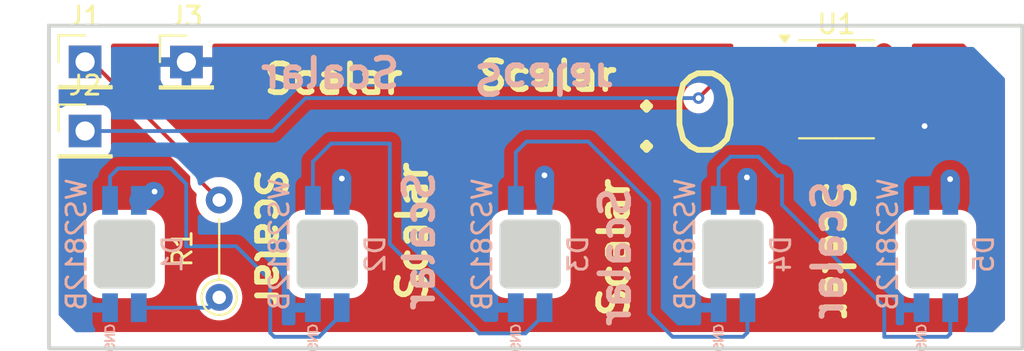
<source format=kicad_pcb>
(kicad_pcb (version 20241229) (generator "pcbnew") (generator_version "9.0")
  (layers (0 "F.Cu" signal) (2 "B.Cu" signal) (13 "F.Paste" user) (15 "B.Paste" user) (5 "F.SilkS" user "F.Silkscreen") (7 "B.SilkS" user "B.Silkscreen") (1 "F.Mask" user) (3 "B.Mask" user) (25 "Edge.Cuts" user))
  (net 0 "")
  (net 1 "CLEAN 5V")
  (net 2 "GND")
  (net 3 "Net-(D1-DIN)")
  (net 4 "Net-(D1-DOUT)")
  (net 5 "Net-(D2-DOUT)")
  (net 6 "Net-(D3-DOUT)")
  (net 7 "Net-(D4-DOUT)")
  (net 9 "Net-(J1-Pin_1)")
  (net 10 "Net-(J2-Pin_1)")
  (footprint "Resistor_THT:R_Axial_DIN0204_L3.6mm_D1.6mm_P5.08mm_Vertical" (layer "F.Cu") (at 142.99 123.73 90)
    (property "Reference" "R1" (at 2.54 -1.92 90) (layer "F.SilkS"))
    (property "Value" "330")
    (fp_line (start 0.92 0) (end 4.08 0) (stroke (width 0.12)) (layer "F.SilkS"))
    (fp_circle (center 0 0) (end 0.92 0) (stroke (width 0.12)) (fill no) (layer "F.SilkS"))
    (pad "1" thru_hole circle (at 0 0 90) (size 1.4 1.4) (drill 0.7) (layers "*.Cu" "*.Mask") (net 3 "Net-(D1-DIN)"))
    (pad "2" thru_hole oval (at 5.08 0 90) (size 1.4 1.4) (drill 0.7) (layers "*.Cu" "*.Mask") (net 9 "Net-(J1-Pin_1)"))
  )
  (footprint "Connector_PinHeader_2.54mm:PinHeader_1x01_P2.54mm_Vertical" (layer "F.Cu") (at 141.28 111.45)
    (property "Reference" "J3" (at 0 -2.38 0) (layer "F.SilkS"))
    (property "Value" "FC GND")
    (fp_line (start -1.38 -1.38) (end 0 -1.38) (stroke (width 0.12)) (layer "F.SilkS"))
    (fp_line (start -1.38 0) (end -1.38 -1.38) (stroke (width 0.12)) (layer "F.SilkS"))
    (fp_line (start -1.38 1.27) (end -1.38 1.38) (stroke (width 0.12)) (layer "F.SilkS"))
    (fp_line (start -1.38 1.27) (end 1.38 1.27) (stroke (width 0.12)) (layer "F.SilkS"))
    (fp_line (start -1.38 1.38) (end 1.38 1.38) (stroke (width 0.12)) (layer "F.SilkS"))
    (fp_line (start 1.38 1.27) (end 1.38 1.38) (stroke (width 0.12)) (layer "F.SilkS"))
    (pad "1" thru_hole rect (at 0 0) (size 1.7 1.7) (drill 1) (layers "*.Cu" "*.Mask") (net 2 "GND"))
  )
  (footprint "Connector_PinHeader_2.54mm:PinHeader_1x01_P2.54mm_Vertical" (layer "F.Cu") (at 136 115.05)
    (property "Reference" "J2" (at 0 -2.38 0) (layer "F.SilkS"))
    (property "Value" "FC Power")
    (fp_line (start -1.38 -1.38) (end 0 -1.38) (stroke (width 0.12)) (layer "F.SilkS"))
    (fp_line (start -1.38 0) (end -1.38 -1.38) (stroke (width 0.12)) (layer "F.SilkS"))
    (fp_line (start -1.38 1.27) (end -1.38 1.38) (stroke (width 0.12)) (layer "F.SilkS"))
    (fp_line (start -1.38 1.27) (end 1.38 1.27) (stroke (width 0.12)) (layer "F.SilkS"))
    (fp_line (start -1.38 1.38) (end 1.38 1.38) (stroke (width 0.12)) (layer "F.SilkS"))
    (fp_line (start 1.38 1.27) (end 1.38 1.38) (stroke (width 0.12)) (layer "F.SilkS"))
    (pad "1" thru_hole rect (at 0 0) (size 1.7 1.7) (drill 1) (layers "*.Cu" "*.Mask") (net 10 "Net-(J2-Pin_1)"))
  )
  (footprint "Package_SO:SOIC-8_3.9x4.9mm_P1.27mm" (layer "F.Cu") (at 175.16 112.87)
    (property "Reference" "U1" (at 0 -3.4 0) (layer "F.SilkS"))
    (property "Value" "XL1509-5.0")
    (fp_line (start 0 -2.56) (end -1.95 -2.56) (stroke (width 0.12)) (layer "F.SilkS"))
    (fp_line (start 0 -2.56) (end 1.95 -2.56) (stroke (width 0.12)) (layer "F.SilkS"))
    (fp_line (start 0 2.56) (end -1.95 2.56) (stroke (width 0.12)) (layer "F.SilkS"))
    (fp_line (start 0 2.56) (end 1.95 2.56) (stroke (width 0.12)) (layer "F.SilkS"))
    (fp_poly (pts (xy -2.7 -2.465) (xy -2.94 -2.795) (xy -2.46 -2.795)) (stroke (width 0.12)) (fill yes) (layer "F.SilkS"))
    (pad "1" smd roundrect (at -2.475 -1.905) (size 1.95 0.6) (layers "F.Cu" "F.Mask" "F.Paste") (net 10 "Net-(J2-Pin_1)"))
    (pad "2" smd roundrect (at -2.475 -0.635) (size 1.95 0.6) (layers "F.Cu" "F.Mask" "F.Paste") (net 1 "CLEAN 5V"))
    (pad "3" smd roundrect (at -2.475 0.635) (size 1.95 0.6) (layers "F.Cu" "F.Mask" "F.Paste"))
    (pad "4" smd roundrect (at -2.475 1.905) (size 1.95 0.6) (layers "F.Cu" "F.Mask" "F.Paste"))
    (pad "5" smd roundrect (at 2.475 1.905) (size 1.95 0.6) (layers "F.Cu" "F.Mask" "F.Paste") (net 2 "GND"))
    (pad "6" smd roundrect (at 2.475 0.635) (size 1.95 0.6) (layers "F.Cu" "F.Mask" "F.Paste") (net 2 "GND"))
    (pad "7" smd roundrect (at 2.475 -0.635) (size 1.95 0.6) (layers "F.Cu" "F.Mask" "F.Paste") (net 2 "GND"))
    (pad "8" smd roundrect (at 2.475 -1.905) (size 1.95 0.6) (layers "F.Cu" "F.Mask" "F.Paste") (net 2 "GND"))
  )
  (footprint "Connector_PinHeader_2.54mm:PinHeader_1x01_P2.54mm_Vertical" (layer "F.Cu") (at 136 111.44)
    (property "Reference" "J1" (at 0 -2.38 0) (layer "F.SilkS"))
    (property "Value" "FC LED PIN")
    (fp_line (start -1.38 -1.38) (end 0 -1.38) (stroke (width 0.12)) (layer "F.SilkS"))
    (fp_line (start -1.38 0) (end -1.38 -1.38) (stroke (width 0.12)) (layer "F.SilkS"))
    (fp_line (start -1.38 1.27) (end -1.38 1.38) (stroke (width 0.12)) (layer "F.SilkS"))
    (fp_line (start -1.38 1.27) (end 1.38 1.27) (stroke (width 0.12)) (layer "F.SilkS"))
    (fp_line (start -1.38 1.38) (end 1.38 1.38) (stroke (width 0.12)) (layer "F.SilkS"))
    (fp_line (start 1.38 1.27) (end 1.38 1.38) (stroke (width 0.12)) (layer "F.SilkS"))
    (pad "1" thru_hole rect (at 0 0) (size 1.7 1.7) (drill 1) (layers "*.Cu" "*.Mask") (net 9 "Net-(J1-Pin_1)"))
  )
  (footprint "syssy:BAcklight" (layer "B.Cu") (at 148.622688 121.47 90)
    (property "Reference" "D2" (at 0 2.5 90) (layer "B.SilkS") (effects (justify mirror)))
    (property "Value" "WS2812B" (at 0.5 -2.5 90) (layer "B.SilkS") (effects (justify mirror)))
    (fp_poly (pts (arc (start -4.48 -1.01) (mid -4.53 -1.06) (end -4.58 -1.01)) (arc (start -4.58 -0.53) (mid -4.544423 -0.482125) (end -4.4885 -0.5025)) (xy -4.2665 -0.8385) (arc (start -4.26 -0.529) (mid -4.209 -0.480488) (end -4.16 -0.531)) (arc (start -4.17 -1.001) (mid -4.206054 -1.048026) (end -4.2615 -1.0275)) (xy -4.48 -0.6965)) (fill yes) (layer "B.SilkS"))
    (fp_poly (pts (arc (start -4.11 -0.509) (mid -4.059 -0.460488) (end -4.01 -0.511)) (xy -4.019 -0.948) (xy -3.8525 -0.9415) (xy -3.7725 -0.765) (xy -3.804 -0.6305) (xy -3.865 -0.59) (arc (start -3.95 -0.59) (mid -3.99901 -0.54) (end -3.95 -0.49)) (xy -3.85 -0.49) (xy -3.822 -0.4985) (arc (start -3.7325 -0.5585) (mid -3.719171 -0.571513) (end -3.7115 -0.5885)) (arc (start -3.6715 -0.7585) (mid -3.670381 -0.77474) (end -3.6745 -0.7905)) (arc (start -3.7745 -1.0105) (mid -3.79208 -1.031364) (end -3.818 -1.04)) (arc (start -4.068 -1.05) (mid -4.105028 -1.035735) (end -4.12 -0.999))) (fill yes) (layer "B.SilkS"))
    (fp_poly (pts (arc (start -4.65 -0.62) (mid -4.66 -0.69) (end -4.73 -0.68)) (xy -4.805 -0.58) (xy -4.8655 -0.58) (xy -4.947 -0.632) (xy -4.97 -0.7165) (xy -4.97 -0.812) (xy -4.938 -0.907) (xy -4.8855 -0.94) (xy -4.799 -0.94) (xy -4.73 -0.8775) (xy -4.73 -0.87) (arc (start -4.8 -0.87) (mid -4.84901 -0.82) (end -4.8 -0.77)) (arc (start -4.68 -0.77) (mid -4.644645 -0.784645) (end -4.63 -0.82)) (arc (start -4.63 -0.9) (mid -4.634295 -0.920274) (end -4.6465 -0.937)) (arc (start -4.7465 -1.027) (mid -4.762049 -1.036573) (end -4.78 -1.04)) (xy -4.9 -1.04) (xy -4.9265 -1.0325) (arc (start -5.0065 -0.9825) (mid -5.019286 -0.971066) (end -5.0275 -0.956)) (xy -5.0675 -0.836) (xy -5.07 -0.82) (xy -5.07 -0.71) (xy -5.068 -0.697) (arc (start -5.038 -0.587) (mid -5.030125 -0.570623) (end -5.017 -0.558)) (xy -4.907 -0.488) (xy -4.88 -0.48) (arc (start -4.78 -0.48) (mid -4.757639 -0.485279) (end -4.74 -0.5))) (fill yes) (layer "B.SilkS"))
    (fp_poly (pts (arc (start 1.8 -1.2005) (mid 1.682843 -1.483343) (end 1.4 -1.6005)) (xy 1.4 -1.6) (xy -1.4 -1.6) (arc (start -1.4065 -1.6) (mid -1.684815 -1.480719) (end -1.8 -1.2005)) (xy -1.8 -1.2) (arc (start -1.8 1.2) (mid -1.682843 1.482843) (end -1.4 1.6)) (arc (start 1.4 1.6) (mid 1.682843 1.482843) (end 1.8 1.2))) (fill yes) (layer "Edge.Cuts"))
    (pad "1" smd rect (at 2.8 0.75) (size 0.82 1.5) (layers "B.Cu" "B.Mask" "B.Paste") (net 1 "CLEAN 5V"))
    (pad "2" smd rect (at 2.8 -0.75) (size 0.82 1.5) (layers "B.Cu" "B.Mask" "B.Paste") (net 5 "Net-(D2-DOUT)"))
    (pad "3" smd rect (at -2.8 -0.75) (size 0.82 1.5) (layers "B.Cu" "B.Mask" "B.Paste") (net 2 "GND"))
    (pad "4" smd rect (at -2.8 0.75) (size 0.82 1.5) (layers "B.Cu" "B.Mask" "B.Paste") (net 4 "Net-(D1-DOUT)"))
  )
  (footprint "syssy:BAcklight" (layer "B.Cu") (at 138.05025 121.47 90)
    (property "Reference" "D1" (at 0 2.5 90) (layer "B.SilkS") (effects (justify mirror)))
    (property "Value" "WS2812B" (at 0.5 -2.5 90) (layer "B.SilkS") (effects (justify mirror)))
    (fp_poly (pts (arc (start -4.48 -1.01) (mid -4.53 -1.06) (end -4.58 -1.01)) (arc (start -4.58 -0.53) (mid -4.544423 -0.482125) (end -4.4885 -0.5025)) (xy -4.2665 -0.8385) (arc (start -4.26 -0.529) (mid -4.209 -0.480488) (end -4.16 -0.531)) (arc (start -4.17 -1.001) (mid -4.206054 -1.048026) (end -4.2615 -1.0275)) (xy -4.48 -0.6965)) (fill yes) (layer "B.SilkS"))
    (fp_poly (pts (arc (start -4.11 -0.509) (mid -4.059 -0.460488) (end -4.01 -0.511)) (xy -4.019 -0.948) (xy -3.8525 -0.9415) (xy -3.7725 -0.765) (xy -3.804 -0.6305) (xy -3.865 -0.59) (arc (start -3.95 -0.59) (mid -3.99901 -0.54) (end -3.95 -0.49)) (xy -3.85 -0.49) (xy -3.822 -0.4985) (arc (start -3.7325 -0.5585) (mid -3.719171 -0.571513) (end -3.7115 -0.5885)) (arc (start -3.6715 -0.7585) (mid -3.670381 -0.77474) (end -3.6745 -0.7905)) (arc (start -3.7745 -1.0105) (mid -3.79208 -1.031364) (end -3.818 -1.04)) (arc (start -4.068 -1.05) (mid -4.105028 -1.035735) (end -4.12 -0.999))) (fill yes) (layer "B.SilkS"))
    (fp_poly (pts (arc (start -4.65 -0.62) (mid -4.66 -0.69) (end -4.73 -0.68)) (xy -4.805 -0.58) (xy -4.8655 -0.58) (xy -4.947 -0.632) (xy -4.97 -0.7165) (xy -4.97 -0.812) (xy -4.938 -0.907) (xy -4.8855 -0.94) (xy -4.799 -0.94) (xy -4.73 -0.8775) (xy -4.73 -0.87) (arc (start -4.8 -0.87) (mid -4.84901 -0.82) (end -4.8 -0.77)) (arc (start -4.68 -0.77) (mid -4.644645 -0.784645) (end -4.63 -0.82)) (arc (start -4.63 -0.9) (mid -4.634295 -0.920274) (end -4.6465 -0.937)) (arc (start -4.7465 -1.027) (mid -4.762049 -1.036573) (end -4.78 -1.04)) (xy -4.9 -1.04) (xy -4.9265 -1.0325) (arc (start -5.0065 -0.9825) (mid -5.019286 -0.971066) (end -5.0275 -0.956)) (xy -5.0675 -0.836) (xy -5.07 -0.82) (xy -5.07 -0.71) (xy -5.068 -0.697) (arc (start -5.038 -0.587) (mid -5.030125 -0.570623) (end -5.017 -0.558)) (xy -4.907 -0.488) (xy -4.88 -0.48) (arc (start -4.78 -0.48) (mid -4.757639 -0.485279) (end -4.74 -0.5))) (fill yes) (layer "B.SilkS"))
    (fp_poly (pts (arc (start 1.8 -1.2005) (mid 1.682843 -1.483343) (end 1.4 -1.6005)) (xy 1.4 -1.6) (xy -1.4 -1.6) (arc (start -1.4065 -1.6) (mid -1.684815 -1.480719) (end -1.8 -1.2005)) (xy -1.8 -1.2) (arc (start -1.8 1.2) (mid -1.682843 1.482843) (end -1.4 1.6)) (arc (start 1.4 1.6) (mid 1.682843 1.482843) (end 1.8 1.2))) (fill yes) (layer "Edge.Cuts"))
    (pad "1" smd rect (at 2.8 0.75) (size 0.82 1.5) (layers "B.Cu" "B.Mask" "B.Paste") (net 1 "CLEAN 5V"))
    (pad "2" smd rect (at 2.8 -0.75) (size 0.82 1.5) (layers "B.Cu" "B.Mask" "B.Paste") (net 4 "Net-(D1-DOUT)"))
    (pad "3" smd rect (at -2.8 -0.75) (size 0.82 1.5) (layers "B.Cu" "B.Mask" "B.Paste") (net 2 "GND"))
    (pad "4" smd rect (at -2.8 0.75) (size 0.82 1.5) (layers "B.Cu" "B.Mask" "B.Paste") (net 3 "Net-(D1-DIN)"))
  )
  (footprint "syssy:BAcklight" (layer "B.Cu") (at 169.767563 121.47 90)
    (property "Reference" "D4" (at 0 2.5 90) (layer "B.SilkS") (effects (justify mirror)))
    (property "Value" "WS2812B" (at 0.5 -2.5 90) (layer "B.SilkS") (effects (justify mirror)))
    (fp_poly (pts (arc (start -4.48 -1.01) (mid -4.53 -1.06) (end -4.58 -1.01)) (arc (start -4.58 -0.53) (mid -4.544423 -0.482125) (end -4.4885 -0.5025)) (xy -4.2665 -0.8385) (arc (start -4.26 -0.529) (mid -4.209 -0.480488) (end -4.16 -0.531)) (arc (start -4.17 -1.001) (mid -4.206054 -1.048026) (end -4.2615 -1.0275)) (xy -4.48 -0.6965)) (fill yes) (layer "B.SilkS"))
    (fp_poly (pts (arc (start -4.11 -0.509) (mid -4.059 -0.460488) (end -4.01 -0.511)) (xy -4.019 -0.948) (xy -3.8525 -0.9415) (xy -3.7725 -0.765) (xy -3.804 -0.6305) (xy -3.865 -0.59) (arc (start -3.95 -0.59) (mid -3.99901 -0.54) (end -3.95 -0.49)) (xy -3.85 -0.49) (xy -3.822 -0.4985) (arc (start -3.7325 -0.5585) (mid -3.719171 -0.571513) (end -3.7115 -0.5885)) (arc (start -3.6715 -0.7585) (mid -3.670381 -0.77474) (end -3.6745 -0.7905)) (arc (start -3.7745 -1.0105) (mid -3.79208 -1.031364) (end -3.818 -1.04)) (arc (start -4.068 -1.05) (mid -4.105028 -1.035735) (end -4.12 -0.999))) (fill yes) (layer "B.SilkS"))
    (fp_poly (pts (arc (start -4.65 -0.62) (mid -4.66 -0.69) (end -4.73 -0.68)) (xy -4.805 -0.58) (xy -4.8655 -0.58) (xy -4.947 -0.632) (xy -4.97 -0.7165) (xy -4.97 -0.812) (xy -4.938 -0.907) (xy -4.8855 -0.94) (xy -4.799 -0.94) (xy -4.73 -0.8775) (xy -4.73 -0.87) (arc (start -4.8 -0.87) (mid -4.84901 -0.82) (end -4.8 -0.77)) (arc (start -4.68 -0.77) (mid -4.644645 -0.784645) (end -4.63 -0.82)) (arc (start -4.63 -0.9) (mid -4.634295 -0.920274) (end -4.6465 -0.937)) (arc (start -4.7465 -1.027) (mid -4.762049 -1.036573) (end -4.78 -1.04)) (xy -4.9 -1.04) (xy -4.9265 -1.0325) (arc (start -5.0065 -0.9825) (mid -5.019286 -0.971066) (end -5.0275 -0.956)) (xy -5.0675 -0.836) (xy -5.07 -0.82) (xy -5.07 -0.71) (xy -5.068 -0.697) (arc (start -5.038 -0.587) (mid -5.030125 -0.570623) (end -5.017 -0.558)) (xy -4.907 -0.488) (xy -4.88 -0.48) (arc (start -4.78 -0.48) (mid -4.757639 -0.485279) (end -4.74 -0.5))) (fill yes) (layer "B.SilkS"))
    (fp_poly (pts (arc (start 1.8 -1.2005) (mid 1.682843 -1.483343) (end 1.4 -1.6005)) (xy 1.4 -1.6) (xy -1.4 -1.6) (arc (start -1.4065 -1.6) (mid -1.684815 -1.480719) (end -1.8 -1.2005)) (xy -1.8 -1.2) (arc (start -1.8 1.2) (mid -1.682843 1.482843) (end -1.4 1.6)) (arc (start 1.4 1.6) (mid 1.682843 1.482843) (end 1.8 1.2))) (fill yes) (layer "Edge.Cuts"))
    (pad "1" smd rect (at 2.8 0.75) (size 0.82 1.5) (layers "B.Cu" "B.Mask" "B.Paste") (net 1 "CLEAN 5V"))
    (pad "2" smd rect (at 2.8 -0.75) (size 0.82 1.5) (layers "B.Cu" "B.Mask" "B.Paste") (net 7 "Net-(D4-DOUT)"))
    (pad "3" smd rect (at -2.8 -0.75) (size 0.82 1.5) (layers "B.Cu" "B.Mask" "B.Paste") (net 2 "GND"))
    (pad "4" smd rect (at -2.8 0.75) (size 0.82 1.5) (layers "B.Cu" "B.Mask" "B.Paste") (net 6 "Net-(D3-DOUT)"))
  )
  (footprint "syssy:BAcklight" (layer "B.Cu") (at 180.34 121.47 90)
    (property "Reference" "D5" (at 0 2.5 90) (layer "B.SilkS") (effects (justify mirror)))
    (property "Value" "WS2812B" (at 0.5 -2.5 90) (layer "B.SilkS") (effects (justify mirror)))
    (fp_poly (pts (arc (start -4.48 -1.01) (mid -4.53 -1.06) (end -4.58 -1.01)) (arc (start -4.58 -0.53) (mid -4.544423 -0.482125) (end -4.4885 -0.5025)) (xy -4.2665 -0.8385) (arc (start -4.26 -0.529) (mid -4.209 -0.480488) (end -4.16 -0.531)) (arc (start -4.17 -1.001) (mid -4.206054 -1.048026) (end -4.2615 -1.0275)) (xy -4.48 -0.6965)) (fill yes) (layer "B.SilkS"))
    (fp_poly (pts (arc (start -4.11 -0.509) (mid -4.059 -0.460488) (end -4.01 -0.511)) (xy -4.019 -0.948) (xy -3.8525 -0.9415) (xy -3.7725 -0.765) (xy -3.804 -0.6305) (xy -3.865 -0.59) (arc (start -3.95 -0.59) (mid -3.99901 -0.54) (end -3.95 -0.49)) (xy -3.85 -0.49) (xy -3.822 -0.4985) (arc (start -3.7325 -0.5585) (mid -3.719171 -0.571513) (end -3.7115 -0.5885)) (arc (start -3.6715 -0.7585) (mid -3.670381 -0.77474) (end -3.6745 -0.7905)) (arc (start -3.7745 -1.0105) (mid -3.79208 -1.031364) (end -3.818 -1.04)) (arc (start -4.068 -1.05) (mid -4.105028 -1.035735) (end -4.12 -0.999))) (fill yes) (layer "B.SilkS"))
    (fp_poly (pts (arc (start -4.65 -0.62) (mid -4.66 -0.69) (end -4.73 -0.68)) (xy -4.805 -0.58) (xy -4.8655 -0.58) (xy -4.947 -0.632) (xy -4.97 -0.7165) (xy -4.97 -0.812) (xy -4.938 -0.907) (xy -4.8855 -0.94) (xy -4.799 -0.94) (xy -4.73 -0.8775) (xy -4.73 -0.87) (arc (start -4.8 -0.87) (mid -4.84901 -0.82) (end -4.8 -0.77)) (arc (start -4.68 -0.77) (mid -4.644645 -0.784645) (end -4.63 -0.82)) (arc (start -4.63 -0.9) (mid -4.634295 -0.920274) (end -4.6465 -0.937)) (arc (start -4.7465 -1.027) (mid -4.762049 -1.036573) (end -4.78 -1.04)) (xy -4.9 -1.04) (xy -4.9265 -1.0325) (arc (start -5.0065 -0.9825) (mid -5.019286 -0.971066) (end -5.0275 -0.956)) (xy -5.0675 -0.836) (xy -5.07 -0.82) (xy -5.07 -0.71) (xy -5.068 -0.697) (arc (start -5.038 -0.587) (mid -5.030125 -0.570623) (end -5.017 -0.558)) (xy -4.907 -0.488) (xy -4.88 -0.48) (arc (start -4.78 -0.48) (mid -4.757639 -0.485279) (end -4.74 -0.5))) (fill yes) (layer "B.SilkS"))
    (fp_poly (pts (arc (start 1.8 -1.2005) (mid 1.682843 -1.483343) (end 1.4 -1.6005)) (xy 1.4 -1.6) (xy -1.4 -1.6) (arc (start -1.4065 -1.6) (mid -1.684815 -1.480719) (end -1.8 -1.2005)) (xy -1.8 -1.2) (arc (start -1.8 1.2) (mid -1.682843 1.482843) (end -1.4 1.6)) (arc (start 1.4 1.6) (mid 1.682843 1.482843) (end 1.8 1.2))) (fill yes) (layer "Edge.Cuts"))
    (pad "1" smd rect (at 2.8 0.75) (size 0.82 1.5) (layers "B.Cu" "B.Mask" "B.Paste") (net 1 "CLEAN 5V"))
    (pad "2" smd rect (at 2.8 -0.75) (size 0.82 1.5) (layers "B.Cu" "B.Mask" "B.Paste"))
    (pad "3" smd rect (at -2.8 -0.75) (size 0.82 1.5) (layers "B.Cu" "B.Mask" "B.Paste") (net 2 "GND"))
    (pad "4" smd rect (at -2.8 0.75) (size 0.82 1.5) (layers "B.Cu" "B.Mask" "B.Paste") (net 7 "Net-(D4-DOUT)"))
  )
  (footprint "syssy:BAcklight" (layer "B.Cu") (at 159.195125 121.47 90)
    (property "Reference" "D3" (at 0 2.5 90) (layer "B.SilkS") (effects (justify mirror)))
    (property "Value" "WS2812B" (at 0.5 -2.5 90) (layer "B.SilkS") (effects (justify mirror)))
    (fp_poly (pts (arc (start -4.48 -1.01) (mid -4.53 -1.06) (end -4.58 -1.01)) (arc (start -4.58 -0.53) (mid -4.544423 -0.482125) (end -4.4885 -0.5025)) (xy -4.2665 -0.8385) (arc (start -4.26 -0.529) (mid -4.209 -0.480488) (end -4.16 -0.531)) (arc (start -4.17 -1.001) (mid -4.206054 -1.048026) (end -4.2615 -1.0275)) (xy -4.48 -0.6965)) (fill yes) (layer "B.SilkS"))
    (fp_poly (pts (arc (start -4.11 -0.509) (mid -4.059 -0.460488) (end -4.01 -0.511)) (xy -4.019 -0.948) (xy -3.8525 -0.9415) (xy -3.7725 -0.765) (xy -3.804 -0.6305) (xy -3.865 -0.59) (arc (start -3.95 -0.59) (mid -3.99901 -0.54) (end -3.95 -0.49)) (xy -3.85 -0.49) (xy -3.822 -0.4985) (arc (start -3.7325 -0.5585) (mid -3.719171 -0.571513) (end -3.7115 -0.5885)) (arc (start -3.6715 -0.7585) (mid -3.670381 -0.77474) (end -3.6745 -0.7905)) (arc (start -3.7745 -1.0105) (mid -3.79208 -1.031364) (end -3.818 -1.04)) (arc (start -4.068 -1.05) (mid -4.105028 -1.035735) (end -4.12 -0.999))) (fill yes) (layer "B.SilkS"))
    (fp_poly (pts (arc (start -4.65 -0.62) (mid -4.66 -0.69) (end -4.73 -0.68)) (xy -4.805 -0.58) (xy -4.8655 -0.58) (xy -4.947 -0.632) (xy -4.97 -0.7165) (xy -4.97 -0.812) (xy -4.938 -0.907) (xy -4.8855 -0.94) (xy -4.799 -0.94) (xy -4.73 -0.8775) (xy -4.73 -0.87) (arc (start -4.8 -0.87) (mid -4.84901 -0.82) (end -4.8 -0.77)) (arc (start -4.68 -0.77) (mid -4.644645 -0.784645) (end -4.63 -0.82)) (arc (start -4.63 -0.9) (mid -4.634295 -0.920274) (end -4.6465 -0.937)) (arc (start -4.7465 -1.027) (mid -4.762049 -1.036573) (end -4.78 -1.04)) (xy -4.9 -1.04) (xy -4.9265 -1.0325) (arc (start -5.0065 -0.9825) (mid -5.019286 -0.971066) (end -5.0275 -0.956)) (xy -5.0675 -0.836) (xy -5.07 -0.82) (xy -5.07 -0.71) (xy -5.068 -0.697) (arc (start -5.038 -0.587) (mid -5.030125 -0.570623) (end -5.017 -0.558)) (xy -4.907 -0.488) (xy -4.88 -0.48) (arc (start -4.78 -0.48) (mid -4.757639 -0.485279) (end -4.74 -0.5))) (fill yes) (layer "B.SilkS"))
    (fp_poly (pts (arc (start 1.8 -1.2005) (mid 1.682843 -1.483343) (end 1.4 -1.6005)) (xy 1.4 -1.6) (xy -1.4 -1.6) (arc (start -1.4065 -1.6) (mid -1.684815 -1.480719) (end -1.8 -1.2005)) (xy -1.8 -1.2) (arc (start -1.8 1.2) (mid -1.682843 1.482843) (end -1.4 1.6)) (arc (start 1.4 1.6) (mid 1.682843 1.482843) (end 1.8 1.2))) (fill yes) (layer "Edge.Cuts"))
    (pad "1" smd rect (at 2.8 0.75) (size 0.82 1.5) (layers "B.Cu" "B.Mask" "B.Paste") (net 1 "CLEAN 5V"))
    (pad "2" smd rect (at 2.8 -0.75) (size 0.82 1.5) (layers "B.Cu" "B.Mask" "B.Paste") (net 6 "Net-(D3-DOUT)"))
    (pad "3" smd rect (at -2.8 -0.75) (size 0.82 1.5) (layers "B.Cu" "B.Mask" "B.Paste") (net 2 "GND"))
    (pad "4" smd rect (at -2.8 0.75) (size 0.82 1.5) (layers "B.Cu" "B.Mask" "B.Paste") (net 5 "Net-(D2-DOUT)"))
  )
  (gr_rect (start 134.12 109.55) (end 184.84 126.39) (stroke (width 0.2)) (fill no) (layer "Edge.Cuts"))
  (gr_text "Scalar\n" (at 145.18 113.22 0) (layer "F.SilkS") (effects (font (size 1.5 1.5) (thickness 0.3) (bold yes)) (justify left bottom)))
  (gr_text "Scalar\n" (at 174.36 117.48 270) (layer "F.SilkS") (effects (font (size 1.5 1.5) (thickness 0.3) (bold yes)) (justify left bottom)))
  (gr_text "Scalar\n" (at 153.93 124.05 90) (layer "F.SilkS") (effects (font (size 1.5 1.5) (thickness 0.3) (bold yes)) (justify left bottom)))
  (gr_text ":O\n" (at 164.11 116.54 0) (layer "F.SilkS") (effects (font (size 4 4) (thickness 0.3) (bold yes)) (justify left bottom)))
  (gr_text "Scalar\n" (at 164.44 124.9 90) (layer "F.SilkS") (effects (font (size 1.5 1.5) (thickness 0.3) (bold yes)) (justify left bottom)))
  (gr_text "Scalar\n" (at 144.76 116.86 270) (layer "F.SilkS") (effects (font (size 1.5 1.5) (thickness 0.3) (bold yes)) (justify left bottom)))
  (gr_text "Scalar\n" (at 156.34 113.06 0) (layer "F.SilkS") (effects (font (size 1.5 1.5) (thickness 0.3) (bold yes)) (justify left bottom)))
  (gr_text "Scalar\n" (at 175.58 117.5 90) (layer "B.SilkS") (effects (font (size 1.5 1.5) (thickness 0.3) (bold yes)) (justify left bottom mirror)))
  (gr_text "Scalar\n" (at 154.29 117.02 90) (layer "B.SilkS") (effects (font (size 1.5 1.5) (thickness 0.3) (bold yes)) (justify left bottom mirror)))
  (gr_text "Scalar\n" (at 164.5 117.85 90) (layer "B.SilkS") (effects (font (size 1.5 1.5) (thickness 0.3) (bold yes)) (justify left bottom mirror)))
  (gr_text "Scalar\n" (at 152.54 112.92 0) (layer "B.SilkS") (effects (font (size 1.5 1.5) (thickness 0.3) (bold yes)) (justify left bottom mirror)))
  (gr_text "Scalar\n" (at 156.12 111.42 180) (layer "B.SilkS") (effects (font (size 1.5 1.5) (thickness 0.3) (bold yes)) (justify left bottom mirror)))
  (via (at 149.38 117.53) (size 0.6) (drill 0.3) (layers "F.Cu" "B.Cu") (net 1))
  (via (at 170.49 117.47) (size 0.6) (drill 0.3) (layers "F.Cu" "B.Cu") (net 1))
  (via (at 139.62 118.21) (size 0.6) (drill 0.3) (layers "F.Cu" "B.Cu") (net 1))
  (via (at 181.08 117.56) (size 0.6) (drill 0.3) (layers "F.Cu" "B.Cu") (net 1))
  (via (at 159.94 117.36) (size 0.6) (drill 0.3) (layers "F.Cu" "B.Cu") (net 1))
  (segment (start 170.517563 118.67) (end 170.517563 117.497563) (width 1) (layer "B.Cu") (net 1))
  (segment (start 149.372688 118.67) (end 149.372688 117.537312) (width 1) (layer "B.Cu") (net 1))
  (segment (start 139.55 118.21) (end 139.09 118.67) (width 1) (layer "B.Cu") (net 1))
  (segment (start 149.372688 117.537312) (end 149.38 117.53) (width 1) (layer "B.Cu") (net 1))
  (segment (start 181.08 117.63) (end 181.09 117.64) (width 1) (layer "B.Cu") (net 1))
  (segment (start 159.945125 118.67) (end 159.945125 117.365125) (width 1) (layer "B.Cu") (net 1))
  (segment (start 181.08 117.56) (end 181.08 117.63) (width 1) (layer "B.Cu") (net 1))
  (segment (start 139.62 118.21) (end 139.55 118.21) (width 1) (layer "B.Cu") (net 1))
  (segment (start 139.09 118.67) (end 138.80025 118.67) (width 1) (layer "B.Cu") (net 1))
  (segment (start 181.09 117.64) (end 181.09 118.67) (width 1) (layer "B.Cu") (net 1))
  (segment (start 170.517563 117.497563) (end 170.49 117.47) (width 1) (layer "B.Cu") (net 1))
  (segment (start 159.945125 117.365125) (end 159.94 117.36) (width 1) (layer "B.Cu") (net 1))
  (segment (start 177.635 114.775) (end 179.735 114.775) (width 1) (layer "F.Cu") (net 2))
  (segment (start 177.635 110.965) (end 177.635 114.775) (width 1) (layer "F.Cu") (net 2))
  (segment (start 179.735 114.775) (end 179.75 114.79) (width 1) (layer "F.Cu") (net 2))
  (via (at 179.75 114.79) (size 0.6) (drill 0.3) (layers "F.Cu" "B.Cu") (net 2))
  (segment (start 138.80025 124.27) (end 142.45 124.27) (width 0.2) (layer "B.Cu") (net 3))
  (segment (start 142.45 124.27) (end 142.99 123.73) (width 0.2) (layer "B.Cu") (net 3))
  (segment (start 141.27 121.06) (end 143.87 121.06) (width 0.2) (layer "B.Cu") (net 4))
  (segment (start 141.27 117.81) (end 141.27 121.06) (width 0.2) (layer "B.Cu") (net 4))
  (segment (start 137.72 117) (end 140.46 117) (width 0.2) (layer "B.Cu") (net 4))
  (segment (start 145.65 125.58) (end 145.859 125.789) (width 0.2) (layer "B.Cu") (net 4))
  (segment (start 137.30025 118.67) (end 137.30025 117.41975) (width 0.2) (layer "B.Cu") (net 4))
  (segment (start 145.65 122.84) (end 145.65 125.58) (width 0.2) (layer "B.Cu") (net 4))
  (segment (start 140.46 117) (end 141.27 117.81) (width 0.2) (layer "B.Cu") (net 4))
  (segment (start 149.372688 124.61) (end 149.372688 124.27) (width 0.2) (layer "B.Cu") (net 4))
  (segment (start 143.87 121.06) (end 145.65 122.84) (width 0.2) (layer "B.Cu") (net 4))
  (segment (start 148.193688 125.789) (end 149.372688 124.61) (width 0.2) (layer "B.Cu") (net 4))
  (segment (start 145.859 125.789) (end 148.193688 125.789) (width 0.2) (layer "B.Cu") (net 4))
  (segment (start 137.30025 117.41975) (end 137.72 117) (width 0.2) (layer "B.Cu") (net 4))
  (segment (start 151.88 120.94) (end 156.55 125.61) (width 0.2) (layer "B.Cu") (net 5))
  (segment (start 147.872688 116.647312) (end 148.82 115.7) (width 0.2) (layer "B.Cu") (net 5))
  (segment (start 158.945125 125.61) (end 159.945125 124.61) (width 0.2) (layer "B.Cu") (net 5))
  (segment (start 147.872688 118.67) (end 147.872688 116.647312) (width 0.2) (layer "B.Cu") (net 5))
  (segment (start 159.945125 124.61) (end 159.945125 124.27) (width 0.2) (layer "B.Cu") (net 5))
  (segment (start 156.55 125.61) (end 158.945125 125.61) (width 0.2) (layer "B.Cu") (net 5))
  (segment (start 148.82 115.7) (end 151.88 115.7) (width 0.2) (layer "B.Cu") (net 5))
  (segment (start 151.88 115.7) (end 151.88 120.94) (width 0.2) (layer "B.Cu") (net 5))
  (segment (start 158.445125 116.164875) (end 159.01 115.6) (width 0.2) (layer "B.Cu") (net 6))
  (segment (start 165.4 124.57) (end 166.619 125.789) (width 0.2) (layer "B.Cu") (net 6))
  (segment (start 165.4 118.78) (end 165.4 124.57) (width 0.2) (layer "B.Cu") (net 6))
  (segment (start 166.619 125.789) (end 170.291 125.789) (width 0.2) (layer "B.Cu") (net 6))
  (segment (start 170.291 125.789) (end 170.517563 125.562437) (width 0.2) (layer "B.Cu") (net 6))
  (segment (start 159.01 115.6) (end 162.22 115.6) (width 0.2) (layer "B.Cu") (net 6))
  (segment (start 158.445125 118.67) (end 158.445125 116.164875) (width 0.2) (layer "B.Cu") (net 6))
  (segment (start 162.22 115.6) (end 165.4 118.78) (width 0.2) (layer "B.Cu") (net 6))
  (segment (start 170.517563 125.562437) (end 170.517563 124.27) (width 0.2) (layer "B.Cu") (net 6))
  (segment (start 172.32 117.39) (end 172.32 118.9) (width 0.2) (layer "B.Cu") (net 7))
  (segment (start 169.017563 118.67) (end 169.017563 117.002437) (width 0.2) (layer "B.Cu") (net 7))
  (segment (start 180.93 125.789) (end 181.09 125.629) (width 0.2) (layer "B.Cu") (net 7))
  (segment (start 172.32 118.9) (end 177.65 124.23) (width 0.2) (layer "B.Cu") (net 7))
  (segment (start 171.09 116.39) (end 172.09 117.39) (width 0.2) (layer "B.Cu") (net 7))
  (segment (start 169.65 116.39) (end 171.09 116.39) (width 0.2) (layer "B.Cu") (net 7))
  (segment (start 172.09 117.39) (end 172.32 117.39) (width 0.2) (layer "B.Cu") (net 7))
  (segment (start 177.65 124.23) (end 177.65 125.789) (width 0.2) (layer "B.Cu") (net 7))
  (segment (start 181.09 125.629) (end 181.09 124.27) (width 0.2) (layer "B.Cu") (net 7))
  (segment (start 177.65 125.789) (end 180.93 125.789) (width 0.2) (layer "B.Cu") (net 7))
  (segment (start 169.017563 117.002437) (end 169.64 116.38) (width 0.2) (layer "B.Cu") (net 7))
  (segment (start 169.64 116.38) (end 169.65 116.39) (width 0.2) (layer "B.Cu") (net 7))
  (segment (start 136 111.44) (end 136.36 111.44) (width 0.2) (layer "F.Cu") (net 9))
  (segment (start 136.36 111.44) (end 142.08 117.16) (width 0.2) (layer "F.Cu") (net 9))
  (segment (start 142.08 117.16) (end 142.08 117.74) (width 0.2) (layer "F.Cu") (net 9))
  (segment (start 142.08 117.74) (end 142.99 118.65) (width 0.2) (layer "F.Cu") (net 9))
  (segment (start 170.335 110.965) (end 172.685 110.965) (width 0.2) (layer "F.Cu") (net 10))
  (segment (start 167.97 113.33) (end 170.335 110.965) (width 0.2) (layer "F.Cu") (net 10))
  (via (at 167.97 113.33) (size 0.6) (drill 0.3) (layers "F.Cu" "B.Cu") (net 10))
  (segment (start 147.49 113.33) (end 145.77 115.05) (width 0.2) (layer "B.Cu") (net 10))
  (segment (start 167.97 113.33) (end 147.49 113.33) (width 0.2) (layer "B.Cu") (net 10))
  (segment (start 145.77 115.05) (end 136 115.05) (width 0.2) (layer "B.Cu") (net 10))
  (zone (net 1) (net_name "CLEAN 5V") (layer "F.Cu") (connect_pads (clearance 0.5)) (min_thickness 0.25) (fill yes (thermal_gap 0.5) (thermal_bridge_width 0.5))
    (polygon (pts (xy 135.0475 110.4875) (xy 181.7875 110.4875) (xy 183.94 112.64) (xy 183.94 124.92) (xy 183.32 125.54) (xy 135.51 125.54) (xy 134.67 124.7) (xy 134.67 110.865)))
  )
  (zone (net 2) (net_name "GND") (layer "B.Cu") (priority 1) (connect_pads (clearance 0.5)) (min_thickness 0.25) (fill yes (thermal_gap 0.5) (thermal_bridge_width 0.5))
    (polygon (pts (xy 135.08 110.66) (xy 182.3 110.66) (xy 183.94 112.3) (xy 183.94 124.92) (xy 183.31 125.55) (xy 135.51 125.55) (xy 134.62 124.66) (xy 134.62 111.12)))
  )
)
</source>
